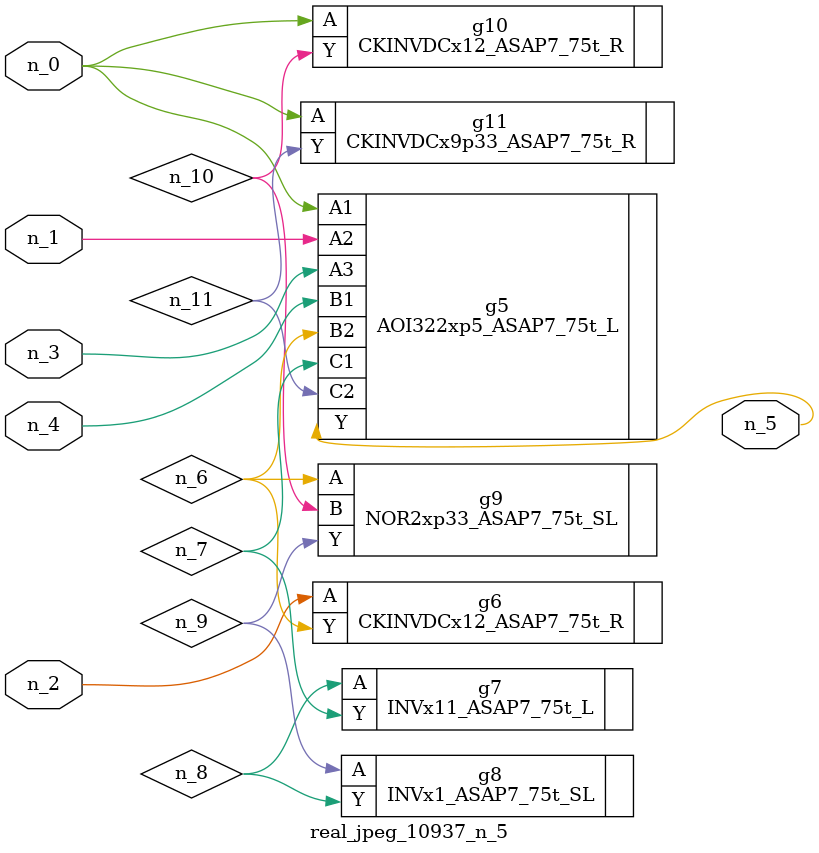
<source format=v>
module real_jpeg_10937_n_5 (n_4, n_0, n_1, n_2, n_3, n_5);

input n_4;
input n_0;
input n_1;
input n_2;
input n_3;

output n_5;

wire n_8;
wire n_11;
wire n_6;
wire n_7;
wire n_10;
wire n_9;

AOI322xp5_ASAP7_75t_L g5 ( 
.A1(n_0),
.A2(n_1),
.A3(n_3),
.B1(n_4),
.B2(n_6),
.C1(n_7),
.C2(n_11),
.Y(n_5)
);

CKINVDCx12_ASAP7_75t_R g10 ( 
.A(n_0),
.Y(n_10)
);

CKINVDCx9p33_ASAP7_75t_R g11 ( 
.A(n_0),
.Y(n_11)
);

CKINVDCx12_ASAP7_75t_R g6 ( 
.A(n_2),
.Y(n_6)
);

NOR2xp33_ASAP7_75t_SL g9 ( 
.A(n_6),
.B(n_10),
.Y(n_9)
);

INVx11_ASAP7_75t_L g7 ( 
.A(n_8),
.Y(n_7)
);

INVx1_ASAP7_75t_SL g8 ( 
.A(n_9),
.Y(n_8)
);


endmodule
</source>
